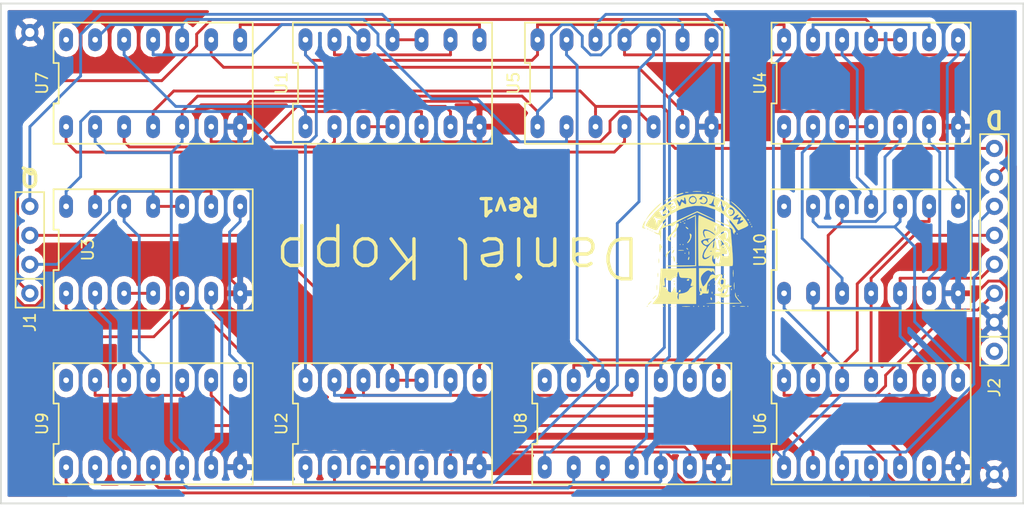
<source format=kicad_pcb>
(kicad_pcb (version 20171130) (host pcbnew "(5.0.0)")
  (layers (0 F.Cu signal) (31 B.Cu signal) (34 B.Paste user hide) (35 F.Paste user) (36 B.SilkS user) (37 F.SilkS user) (38 B.Mask user) (39 F.Mask user) (44 Edge.Cuts user))
  (net 0 "")
  (net 1 Q3)
  (net 2 Q2)
  (net 3 Q1)
  (net 4 Q0)
  (net 5 "Net-(J2-Pad1)")
  (net 6 Clock)
  (net 7 D3)
  (net 8 D2)
  (net 9 D1)
  (net 10 D0)
  (net 11 /sheet5BAD03B0/sheet5BAD013C/D)
  (net 12 /D_Flip-Flop/sheet5BAD013C/C)
  (net 13 /D_Flip-Flop/sheet5BAD013C/D)
  (net 14 /sheet5BAD03B0/sheet5BAD013C/C)
  (net 15 /D_Flip-Flop/sheet5BAD013C/RS-Latch/R)
  (net 16 /D_Flip-Flop/D_Latch/RS-Latch/S)
  (net 17 /D_Flip-Flop/sheet5BAD013C/RS-Latch/S)
  (net 18 /D_Flip-Flop/D_Latch/RS-Latch/R)
  (net 19 /D_Flip-Flop/QN)
  (net 20 /D_Flip-Flop/D_Latch/QN)
  (net 21 /sheet5BAD03B0/sheet5BAD013C/RS-Latch/R)
  (net 22 /sheet5BAD03B0/D_Latch/RS-Latch/S)
  (net 23 /sheet5BAD03B0/sheet5BAD013C/RS-Latch/S)
  (net 24 /sheet5BAD03B0/D_Latch/RS-Latch/R)
  (net 25 /sheet5BAD03B0/QN)
  (net 26 /sheet5BAD03B0/D_Latch/QN)
  (net 27 /sheet5BAD03C0/sheet5BAD013C/C)
  (net 28 "Net-(U6-Pad6)")
  (net 29 /sheet5BAD03B9/sheet5BAD013C/D)
  (net 30 "Net-(U6-Pad4)")
  (net 31 /sheet5BAD03B9/sheet5BAD013C/C)
  (net 32 /sheet5BAD03C0/sheet5BAD013C/D)
  (net 33 /sheet5BAD03B9/D_Latch/RS-Latch/R)
  (net 34 /sheet5BAD03B9/sheet5BAD013C/RS-Latch/S)
  (net 35 /sheet5BAD03B9/D_Latch/RS-Latch/S)
  (net 36 /sheet5BAD03B9/sheet5BAD013C/RS-Latch/R)
  (net 37 /sheet5BAD03B9/QN)
  (net 38 /sheet5BAD03B9/D_Latch/QN)
  (net 39 /sheet5BAD03C0/D_Latch/RS-Latch/R)
  (net 40 /sheet5BAD03C0/sheet5BAD013C/RS-Latch/S)
  (net 41 /sheet5BAD03C0/D_Latch/RS-Latch/S)
  (net 42 /sheet5BAD03C0/sheet5BAD013C/RS-Latch/R)
  (net 43 /sheet5BAD03C0/QN)
  (net 44 /sheet5BAD03C0/D_Latch/QN)
  (net 45 GND)
  (net 46 VCC)
  (net 47 "Net-(U5-Pad12)")
  (net 48 "Net-(U5-Pad4)")
  (net 49 "Net-(U5-Pad10)")
  (net 50 "Net-(U5-Pad6)")
  (net 51 "Net-(U10-Pad1)")
  (net 52 "Net-(U10-Pad9)")
  (net 53 "Net-(U7-Pad14)")
  (net 54 "Net-(U8-Pad14)")
  (net 55 "Net-(U9-Pad14)")
  (net 56 "Net-(U10-Pad14)")
  (module Measurement_Points:Measurement_Point_Round-TH_Small (layer F.Cu) (at 167.64 109.855)
    (fp_text reference " " (at 0 -2) (layer F.SilkS))
    (fp_text value " ")
    (pad 1 thru_hole circle (at 0 0) (size 1.5 1.5) (drill 0.8) (layers *.Cu *.Mask) (net 45 GND))
  )
  (module Measurement_Points:Measurement_Point_Round-TH_Small (layer F.Cu) (at 83.185 71.12)
    (fp_text reference " " (at 0 -2) (layer F.SilkS))
    (fp_text value " ")
    (pad 1 thru_hole circle (at 0 0) (size 1.5 1.5) (drill 0.8) (layers *.Cu *.Mask) (net 45 GND))
  )
  (module Daniel_Kopp:Female_Header_4-pin (layer F.Cu) (at 83.185 90.17 90)
    (fp_text reference J1 (at -6.35 0 90) (layer F.SilkS))
    (fp_text value Conn_01x04_Female hide)
    (pad 1 thru_hole circle (at -3.81 0 90) (size 1.5 1.5) (drill 0.8) (layers *.Cu *.Mask) (net 1 Q3))
    (pad 2 thru_hole circle (at -1.27 0 90) (size 1.5 1.5) (drill 0.8) (layers *.Cu *.Mask) (net 2 Q2))
    (pad 3 thru_hole circle (at 1.27 0 90) (size 1.5 1.5) (drill 0.8) (layers *.Cu *.Mask) (net 3 Q1))
    (pad 4 thru_hole circle (at 3.81 0 90) (size 1.5 1.5) (drill 0.8) (layers *.Cu *.Mask) (net 4 Q0))
  )
  (module Daniel_Kopp:Female_Header_8-pin (layer F.Cu) (at 167.64 90.17 90)
    (fp_text reference J2 (at -12.065 0 90) (layer F.SilkS))
    (fp_text value Conn_01x08_Female)
    (pad 1 thru_hole circle (at -8.89 0 90) (size 1.5 1.5) (drill 0.8) (layers *.Cu *.Mask) (net 5 "Net-(J2-Pad1)"))
    (pad 2 thru_hole circle (at -6.35 0 90) (size 1.5 1.5) (drill 0.8) (layers *.Cu *.Mask) (net 45 GND))
    (pad 3 thru_hole circle (at -3.81 0 90) (size 1.5 1.5) (drill 0.8) (layers *.Cu *.Mask) (net 46 VCC))
    (pad 4 thru_hole circle (at -1.27 0 90) (size 1.5 1.5) (drill 0.8) (layers *.Cu *.Mask) (net 6 Clock))
    (pad 5 thru_hole circle (at 1.27 0 90) (size 1.5 1.5) (drill 0.8) (layers *.Cu *.Mask) (net 7 D3))
    (pad 6 thru_hole circle (at 3.81 0 90) (size 1.5 1.5) (drill 0.8) (layers *.Cu *.Mask) (net 8 D2))
    (pad 7 thru_hole circle (at 6.35 0 90) (size 1.5 1.5) (drill 0.8) (layers *.Cu *.Mask) (net 9 D1))
    (pad 8 thru_hole circle (at 8.89 0 90) (size 1.5 1.5) (drill 0.8) (layers *.Cu *.Mask) (net 10 D0))
  )
  (module Daniel_Kopp:DIP-14_300_ELL (layer F.Cu) (at 114.935 75.565)
    (fp_text reference U1 (at -9.72 0 90) (layer F.SilkS))
    (fp_text value 74LS02)
    (pad 14 thru_hole oval (at -7.62 -3.81) (size 1.2 2) (drill 0.5) (layers *.Cu *.Mask) (net 46 VCC))
    (pad 1 thru_hole oval (at -7.62 3.81) (size 1.2 2) (drill 0.5) (layers *.Cu *.Mask) (net 13 /D_Flip-Flop/sheet5BAD013C/D))
    (pad 13 thru_hole oval (at -5.08 -3.81) (size 1.2 2) (drill 0.5) (layers *.Cu *.Mask) (net 19 /D_Flip-Flop/QN))
    (pad 2 thru_hole oval (at -5.08 3.81) (size 1.2 2) (drill 0.5) (layers *.Cu *.Mask) (net 18 /D_Flip-Flop/D_Latch/RS-Latch/R))
    (pad 12 thru_hole oval (at -2.54 -3.81) (size 1.2 2) (drill 0.5) (layers *.Cu *.Mask) (net 17 /D_Flip-Flop/sheet5BAD013C/RS-Latch/S))
    (pad 3 thru_hole oval (at -2.54 3.81) (size 1.2 2) (drill 0.5) (layers *.Cu *.Mask) (net 20 /D_Flip-Flop/D_Latch/QN))
    (pad 11 thru_hole oval (at 0 -3.81) (size 1.2 2) (drill 0.5) (layers *.Cu *.Mask) (net 4 Q0))
    (pad 4 thru_hole oval (at 0 3.81) (size 1.2 2) (drill 0.5) (layers *.Cu *.Mask) (net 20 /D_Flip-Flop/D_Latch/QN))
    (pad 10 thru_hole oval (at 2.54 -3.81) (size 1.2 2) (drill 0.5) (layers *.Cu *.Mask) (net 4 Q0))
    (pad 5 thru_hole oval (at 2.54 3.81) (size 1.2 2) (drill 0.5) (layers *.Cu *.Mask) (net 13 /D_Flip-Flop/sheet5BAD013C/D))
    (pad 9 thru_hole oval (at 5.08 -3.81) (size 1.2 2) (drill 0.5) (layers *.Cu *.Mask) (net 19 /D_Flip-Flop/QN))
    (pad 6 thru_hole oval (at 5.08 3.81) (size 1.2 2) (drill 0.5) (layers *.Cu *.Mask) (net 16 /D_Flip-Flop/D_Latch/RS-Latch/S))
    (pad 8 thru_hole oval (at 7.62 -3.81) (size 1.2 2) (drill 0.5) (layers *.Cu *.Mask) (net 15 /D_Flip-Flop/sheet5BAD013C/RS-Latch/R))
    (pad 7 thru_hole oval (at 7.62 3.81) (size 1.2 2) (drill 0.5) (layers *.Cu *.Mask) (net 45 GND))
  )
  (module Daniel_Kopp:DIP-14_300_ELL (layer F.Cu) (at 114.935 105.41)
    (fp_text reference U2 (at -9.72 0 90) (layer F.SilkS))
    (fp_text value 74LS02)
    (pad 7 thru_hole oval (at 7.62 3.81) (size 1.2 2) (drill 0.5) (layers *.Cu *.Mask) (net 45 GND))
    (pad 8 thru_hole oval (at 7.62 -3.81) (size 1.2 2) (drill 0.5) (layers *.Cu *.Mask) (net 21 /sheet5BAD03B0/sheet5BAD013C/RS-Latch/R))
    (pad 6 thru_hole oval (at 5.08 3.81) (size 1.2 2) (drill 0.5) (layers *.Cu *.Mask) (net 22 /sheet5BAD03B0/D_Latch/RS-Latch/S))
    (pad 9 thru_hole oval (at 5.08 -3.81) (size 1.2 2) (drill 0.5) (layers *.Cu *.Mask) (net 25 /sheet5BAD03B0/QN))
    (pad 5 thru_hole oval (at 2.54 3.81) (size 1.2 2) (drill 0.5) (layers *.Cu *.Mask) (net 11 /sheet5BAD03B0/sheet5BAD013C/D))
    (pad 10 thru_hole oval (at 2.54 -3.81) (size 1.2 2) (drill 0.5) (layers *.Cu *.Mask) (net 3 Q1))
    (pad 4 thru_hole oval (at 0 3.81) (size 1.2 2) (drill 0.5) (layers *.Cu *.Mask) (net 26 /sheet5BAD03B0/D_Latch/QN))
    (pad 11 thru_hole oval (at 0 -3.81) (size 1.2 2) (drill 0.5) (layers *.Cu *.Mask) (net 3 Q1))
    (pad 3 thru_hole oval (at -2.54 3.81) (size 1.2 2) (drill 0.5) (layers *.Cu *.Mask) (net 26 /sheet5BAD03B0/D_Latch/QN))
    (pad 12 thru_hole oval (at -2.54 -3.81) (size 1.2 2) (drill 0.5) (layers *.Cu *.Mask) (net 23 /sheet5BAD03B0/sheet5BAD013C/RS-Latch/S))
    (pad 2 thru_hole oval (at -5.08 3.81) (size 1.2 2) (drill 0.5) (layers *.Cu *.Mask) (net 24 /sheet5BAD03B0/D_Latch/RS-Latch/R))
    (pad 13 thru_hole oval (at -5.08 -3.81) (size 1.2 2) (drill 0.5) (layers *.Cu *.Mask) (net 25 /sheet5BAD03B0/QN))
    (pad 1 thru_hole oval (at -7.62 3.81) (size 1.2 2) (drill 0.5) (layers *.Cu *.Mask) (net 11 /sheet5BAD03B0/sheet5BAD013C/D))
    (pad 14 thru_hole oval (at -7.62 -3.81) (size 1.2 2) (drill 0.5) (layers *.Cu *.Mask) (net 46 VCC))
  )
  (module Daniel_Kopp:DIP-14_300_ELL (layer F.Cu) (at 93.98 90.17)
    (fp_text reference U3 (at -5.715 0 270) (layer F.SilkS))
    (fp_text value 74LS02)
    (pad 14 thru_hole oval (at -7.62 -3.81) (size 1.2 2) (drill 0.5) (layers *.Cu *.Mask) (net 46 VCC))
    (pad 1 thru_hole oval (at -7.62 3.81) (size 1.2 2) (drill 0.5) (layers *.Cu *.Mask) (net 29 /sheet5BAD03B9/sheet5BAD013C/D))
    (pad 13 thru_hole oval (at -5.08 -3.81) (size 1.2 2) (drill 0.5) (layers *.Cu *.Mask) (net 37 /sheet5BAD03B9/QN))
    (pad 2 thru_hole oval (at -5.08 3.81) (size 1.2 2) (drill 0.5) (layers *.Cu *.Mask) (net 33 /sheet5BAD03B9/D_Latch/RS-Latch/R))
    (pad 12 thru_hole oval (at -2.54 -3.81) (size 1.2 2) (drill 0.5) (layers *.Cu *.Mask) (net 34 /sheet5BAD03B9/sheet5BAD013C/RS-Latch/S))
    (pad 3 thru_hole oval (at -2.54 3.81) (size 1.2 2) (drill 0.5) (layers *.Cu *.Mask) (net 38 /sheet5BAD03B9/D_Latch/QN))
    (pad 11 thru_hole oval (at 0 -3.81) (size 1.2 2) (drill 0.5) (layers *.Cu *.Mask) (net 2 Q2))
    (pad 4 thru_hole oval (at 0 3.81) (size 1.2 2) (drill 0.5) (layers *.Cu *.Mask) (net 38 /sheet5BAD03B9/D_Latch/QN))
    (pad 10 thru_hole oval (at 2.54 -3.81) (size 1.2 2) (drill 0.5) (layers *.Cu *.Mask) (net 2 Q2))
    (pad 5 thru_hole oval (at 2.54 3.81) (size 1.2 2) (drill 0.5) (layers *.Cu *.Mask) (net 29 /sheet5BAD03B9/sheet5BAD013C/D))
    (pad 9 thru_hole oval (at 5.08 -3.81) (size 1.2 2) (drill 0.5) (layers *.Cu *.Mask) (net 37 /sheet5BAD03B9/QN))
    (pad 6 thru_hole oval (at 5.08 3.81) (size 1.2 2) (drill 0.5) (layers *.Cu *.Mask) (net 35 /sheet5BAD03B9/D_Latch/RS-Latch/S))
    (pad 8 thru_hole oval (at 7.62 -3.81) (size 1.2 2) (drill 0.5) (layers *.Cu *.Mask) (net 36 /sheet5BAD03B9/sheet5BAD013C/RS-Latch/R))
    (pad 7 thru_hole oval (at 7.62 3.81) (size 1.2 2) (drill 0.5) (layers *.Cu *.Mask) (net 45 GND))
  )
  (module Daniel_Kopp:DIP-14_300_ELL (layer F.Cu) (at 156.845 75.565)
    (fp_text reference U4 (at -9.72 0 90) (layer F.SilkS))
    (fp_text value 74LS02)
    (pad 7 thru_hole oval (at 7.62 3.81) (size 1.2 2) (drill 0.5) (layers *.Cu *.Mask) (net 45 GND))
    (pad 8 thru_hole oval (at 7.62 -3.81) (size 1.2 2) (drill 0.5) (layers *.Cu *.Mask) (net 42 /sheet5BAD03C0/sheet5BAD013C/RS-Latch/R))
    (pad 6 thru_hole oval (at 5.08 3.81) (size 1.2 2) (drill 0.5) (layers *.Cu *.Mask) (net 41 /sheet5BAD03C0/D_Latch/RS-Latch/S))
    (pad 9 thru_hole oval (at 5.08 -3.81) (size 1.2 2) (drill 0.5) (layers *.Cu *.Mask) (net 43 /sheet5BAD03C0/QN))
    (pad 5 thru_hole oval (at 2.54 3.81) (size 1.2 2) (drill 0.5) (layers *.Cu *.Mask) (net 32 /sheet5BAD03C0/sheet5BAD013C/D))
    (pad 10 thru_hole oval (at 2.54 -3.81) (size 1.2 2) (drill 0.5) (layers *.Cu *.Mask) (net 1 Q3))
    (pad 4 thru_hole oval (at 0 3.81) (size 1.2 2) (drill 0.5) (layers *.Cu *.Mask) (net 44 /sheet5BAD03C0/D_Latch/QN))
    (pad 11 thru_hole oval (at 0 -3.81) (size 1.2 2) (drill 0.5) (layers *.Cu *.Mask) (net 1 Q3))
    (pad 3 thru_hole oval (at -2.54 3.81) (size 1.2 2) (drill 0.5) (layers *.Cu *.Mask) (net 44 /sheet5BAD03C0/D_Latch/QN))
    (pad 12 thru_hole oval (at -2.54 -3.81) (size 1.2 2) (drill 0.5) (layers *.Cu *.Mask) (net 40 /sheet5BAD03C0/sheet5BAD013C/RS-Latch/S))
    (pad 2 thru_hole oval (at -5.08 3.81) (size 1.2 2) (drill 0.5) (layers *.Cu *.Mask) (net 39 /sheet5BAD03C0/D_Latch/RS-Latch/R))
    (pad 13 thru_hole oval (at -5.08 -3.81) (size 1.2 2) (drill 0.5) (layers *.Cu *.Mask) (net 43 /sheet5BAD03C0/QN))
    (pad 1 thru_hole oval (at -7.62 3.81) (size 1.2 2) (drill 0.5) (layers *.Cu *.Mask) (net 32 /sheet5BAD03C0/sheet5BAD013C/D))
    (pad 14 thru_hole oval (at -7.62 -3.81) (size 1.2 2) (drill 0.5) (layers *.Cu *.Mask) (net 46 VCC))
  )
  (module Daniel_Kopp:DIP-14_300_ELL (layer F.Cu) (at 135.255 75.565)
    (fp_text reference U5 (at -9.72 0 90) (layer F.SilkS))
    (fp_text value 74LS04)
    (pad 14 thru_hole oval (at -7.62 -3.81) (size 1.2 2) (drill 0.5) (layers *.Cu *.Mask) (net 46 VCC))
    (pad 1 thru_hole oval (at -7.62 3.81) (size 1.2 2) (drill 0.5) (layers *.Cu *.Mask) (net 6 Clock))
    (pad 13 thru_hole oval (at -5.08 -3.81) (size 1.2 2) (drill 0.5) (layers *.Cu *.Mask) (net 11 /sheet5BAD03B0/sheet5BAD013C/D))
    (pad 2 thru_hole oval (at -5.08 3.81) (size 1.2 2) (drill 0.5) (layers *.Cu *.Mask) (net 12 /D_Flip-Flop/sheet5BAD013C/C))
    (pad 12 thru_hole oval (at -2.54 -3.81) (size 1.2 2) (drill 0.5) (layers *.Cu *.Mask) (net 47 "Net-(U5-Pad12)"))
    (pad 3 thru_hole oval (at -2.54 3.81) (size 1.2 2) (drill 0.5) (layers *.Cu *.Mask) (net 10 D0))
    (pad 11 thru_hole oval (at 0 -3.81) (size 1.2 2) (drill 0.5) (layers *.Cu *.Mask) (net 9 D1))
    (pad 4 thru_hole oval (at 0 3.81) (size 1.2 2) (drill 0.5) (layers *.Cu *.Mask) (net 48 "Net-(U5-Pad4)"))
    (pad 10 thru_hole oval (at 2.54 -3.81) (size 1.2 2) (drill 0.5) (layers *.Cu *.Mask) (net 49 "Net-(U5-Pad10)"))
    (pad 5 thru_hole oval (at 2.54 3.81) (size 1.2 2) (drill 0.5) (layers *.Cu *.Mask) (net 13 /D_Flip-Flop/sheet5BAD013C/D))
    (pad 9 thru_hole oval (at 5.08 -3.81) (size 1.2 2) (drill 0.5) (layers *.Cu *.Mask) (net 6 Clock))
    (pad 6 thru_hole oval (at 5.08 3.81) (size 1.2 2) (drill 0.5) (layers *.Cu *.Mask) (net 50 "Net-(U5-Pad6)"))
    (pad 8 thru_hole oval (at 7.62 -3.81) (size 1.2 2) (drill 0.5) (layers *.Cu *.Mask) (net 14 /sheet5BAD03B0/sheet5BAD013C/C))
    (pad 7 thru_hole oval (at 7.62 3.81) (size 1.2 2) (drill 0.5) (layers *.Cu *.Mask) (net 45 GND))
  )
  (module Daniel_Kopp:DIP-14_300_ELL (layer F.Cu) (at 156.845 105.41)
    (fp_text reference U6 (at -9.72 0 90) (layer F.SilkS))
    (fp_text value 74LS04)
    (pad 7 thru_hole oval (at 7.62 3.81) (size 1.2 2) (drill 0.5) (layers *.Cu *.Mask) (net 45 GND))
    (pad 8 thru_hole oval (at 7.62 -3.81) (size 1.2 2) (drill 0.5) (layers *.Cu *.Mask) (net 27 /sheet5BAD03C0/sheet5BAD013C/C))
    (pad 6 thru_hole oval (at 5.08 3.81) (size 1.2 2) (drill 0.5) (layers *.Cu *.Mask) (net 28 "Net-(U6-Pad6)"))
    (pad 9 thru_hole oval (at 5.08 -3.81) (size 1.2 2) (drill 0.5) (layers *.Cu *.Mask) (net 6 Clock))
    (pad 5 thru_hole oval (at 2.54 3.81) (size 1.2 2) (drill 0.5) (layers *.Cu *.Mask) (net 29 /sheet5BAD03B9/sheet5BAD013C/D))
    (pad 10 thru_hole oval (at 2.54 -3.81) (size 1.2 2) (drill 0.5) (layers *.Cu *.Mask) (net 51 "Net-(U10-Pad1)"))
    (pad 4 thru_hole oval (at 0 3.81) (size 1.2 2) (drill 0.5) (layers *.Cu *.Mask) (net 30 "Net-(U6-Pad4)"))
    (pad 11 thru_hole oval (at 0 -3.81) (size 1.2 2) (drill 0.5) (layers *.Cu *.Mask) (net 7 D3))
    (pad 3 thru_hole oval (at -2.54 3.81) (size 1.2 2) (drill 0.5) (layers *.Cu *.Mask) (net 8 D2))
    (pad 12 thru_hole oval (at -2.54 -3.81) (size 1.2 2) (drill 0.5) (layers *.Cu *.Mask) (net 52 "Net-(U10-Pad9)"))
    (pad 2 thru_hole oval (at -5.08 3.81) (size 1.2 2) (drill 0.5) (layers *.Cu *.Mask) (net 31 /sheet5BAD03B9/sheet5BAD013C/C))
    (pad 13 thru_hole oval (at -5.08 -3.81) (size 1.2 2) (drill 0.5) (layers *.Cu *.Mask) (net 32 /sheet5BAD03C0/sheet5BAD013C/D))
    (pad 1 thru_hole oval (at -7.62 3.81) (size 1.2 2) (drill 0.5) (layers *.Cu *.Mask) (net 6 Clock))
    (pad 14 thru_hole oval (at -7.62 -3.81) (size 1.2 2) (drill 0.5) (layers *.Cu *.Mask) (net 46 VCC))
  )
  (module Daniel_Kopp:DIP-14_300_ELL (layer F.Cu) (at 93.98 75.565)
    (fp_text reference U7 (at -9.72 0 90) (layer F.SilkS))
    (fp_text value 74LS08)
    (pad 14 thru_hole oval (at -7.62 -3.81) (size 1.2 2) (drill 0.5) (layers *.Cu *.Mask) (net 53 "Net-(U7-Pad14)"))
    (pad 1 thru_hole oval (at -7.62 3.81) (size 1.2 2) (drill 0.5) (layers *.Cu *.Mask) (net 48 "Net-(U5-Pad4)"))
    (pad 13 thru_hole oval (at -5.08 -3.81) (size 1.2 2) (drill 0.5) (layers *.Cu *.Mask) (net 12 /D_Flip-Flop/sheet5BAD013C/C))
    (pad 2 thru_hole oval (at -5.08 3.81) (size 1.2 2) (drill 0.5) (layers *.Cu *.Mask) (net 6 Clock))
    (pad 12 thru_hole oval (at -2.54 -3.81) (size 1.2 2) (drill 0.5) (layers *.Cu *.Mask) (net 13 /D_Flip-Flop/sheet5BAD013C/D))
    (pad 3 thru_hole oval (at -2.54 3.81) (size 1.2 2) (drill 0.5) (layers *.Cu *.Mask) (net 18 /D_Flip-Flop/D_Latch/RS-Latch/R))
    (pad 11 thru_hole oval (at 0 -3.81) (size 1.2 2) (drill 0.5) (layers *.Cu *.Mask) (net 17 /D_Flip-Flop/sheet5BAD013C/RS-Latch/S))
    (pad 4 thru_hole oval (at 0 3.81) (size 1.2 2) (drill 0.5) (layers *.Cu *.Mask) (net 10 D0))
    (pad 10 thru_hole oval (at 2.54 -3.81) (size 1.2 2) (drill 0.5) (layers *.Cu *.Mask) (net 12 /D_Flip-Flop/sheet5BAD013C/C))
    (pad 5 thru_hole oval (at 2.54 3.81) (size 1.2 2) (drill 0.5) (layers *.Cu *.Mask) (net 6 Clock))
    (pad 9 thru_hole oval (at 5.08 -3.81) (size 1.2 2) (drill 0.5) (layers *.Cu *.Mask) (net 50 "Net-(U5-Pad6)"))
    (pad 6 thru_hole oval (at 5.08 3.81) (size 1.2 2) (drill 0.5) (layers *.Cu *.Mask) (net 16 /D_Flip-Flop/D_Latch/RS-Latch/S))
    (pad 8 thru_hole oval (at 7.62 -3.81) (size 1.2 2) (drill 0.5) (layers *.Cu *.Mask) (net 15 /D_Flip-Flop/sheet5BAD013C/RS-Latch/R))
    (pad 7 thru_hole oval (at 7.62 3.81) (size 1.2 2) (drill 0.5) (layers *.Cu *.Mask) (net 45 GND))
  )
  (module Daniel_Kopp:DIP-14_300_ELL (layer F.Cu) (at 135.89 105.41)
    (fp_text reference U8 (at -9.72 0 90) (layer F.SilkS))
    (fp_text value 74LS08)
    (pad 7 thru_hole oval (at 7.62 3.81) (size 1.2 2) (drill 0.5) (layers *.Cu *.Mask) (net 45 GND))
    (pad 8 thru_hole oval (at 7.62 -3.81) (size 1.2 2) (drill 0.5) (layers *.Cu *.Mask) (net 21 /sheet5BAD03B0/sheet5BAD013C/RS-Latch/R))
    (pad 6 thru_hole oval (at 5.08 3.81) (size 1.2 2) (drill 0.5) (layers *.Cu *.Mask) (net 22 /sheet5BAD03B0/D_Latch/RS-Latch/S))
    (pad 9 thru_hole oval (at 5.08 -3.81) (size 1.2 2) (drill 0.5) (layers *.Cu *.Mask) (net 47 "Net-(U5-Pad12)"))
    (pad 5 thru_hole oval (at 2.54 3.81) (size 1.2 2) (drill 0.5) (layers *.Cu *.Mask) (net 6 Clock))
    (pad 10 thru_hole oval (at 2.54 -3.81) (size 1.2 2) (drill 0.5) (layers *.Cu *.Mask) (net 14 /sheet5BAD03B0/sheet5BAD013C/C))
    (pad 4 thru_hole oval (at 0 3.81) (size 1.2 2) (drill 0.5) (layers *.Cu *.Mask) (net 9 D1))
    (pad 11 thru_hole oval (at 0 -3.81) (size 1.2 2) (drill 0.5) (layers *.Cu *.Mask) (net 23 /sheet5BAD03B0/sheet5BAD013C/RS-Latch/S))
    (pad 3 thru_hole oval (at -2.54 3.81) (size 1.2 2) (drill 0.5) (layers *.Cu *.Mask) (net 24 /sheet5BAD03B0/D_Latch/RS-Latch/R))
    (pad 12 thru_hole oval (at -2.54 -3.81) (size 1.2 2) (drill 0.5) (layers *.Cu *.Mask) (net 11 /sheet5BAD03B0/sheet5BAD013C/D))
    (pad 2 thru_hole oval (at -5.08 3.81) (size 1.2 2) (drill 0.5) (layers *.Cu *.Mask) (net 6 Clock))
    (pad 13 thru_hole oval (at -5.08 -3.81) (size 1.2 2) (drill 0.5) (layers *.Cu *.Mask) (net 14 /sheet5BAD03B0/sheet5BAD013C/C))
    (pad 1 thru_hole oval (at -7.62 3.81) (size 1.2 2) (drill 0.5) (layers *.Cu *.Mask) (net 49 "Net-(U5-Pad10)"))
    (pad 14 thru_hole oval (at -7.62 -3.81) (size 1.2 2) (drill 0.5) (layers *.Cu *.Mask) (net 54 "Net-(U8-Pad14)"))
  )
  (module Daniel_Kopp:DIP-14_300_ELL (layer F.Cu) (at 93.98 105.41)
    (fp_text reference U9 (at -9.72 0 90) (layer F.SilkS))
    (fp_text value 74LS08)
    (pad 14 thru_hole oval (at -7.62 -3.81) (size 1.2 2) (drill 0.5) (layers *.Cu *.Mask) (net 55 "Net-(U9-Pad14)"))
    (pad 1 thru_hole oval (at -7.62 3.81) (size 1.2 2) (drill 0.5) (layers *.Cu *.Mask) (net 30 "Net-(U6-Pad4)"))
    (pad 13 thru_hole oval (at -5.08 -3.81) (size 1.2 2) (drill 0.5) (layers *.Cu *.Mask) (net 31 /sheet5BAD03B9/sheet5BAD013C/C))
    (pad 2 thru_hole oval (at -5.08 3.81) (size 1.2 2) (drill 0.5) (layers *.Cu *.Mask) (net 6 Clock))
    (pad 12 thru_hole oval (at -2.54 -3.81) (size 1.2 2) (drill 0.5) (layers *.Cu *.Mask) (net 29 /sheet5BAD03B9/sheet5BAD013C/D))
    (pad 3 thru_hole oval (at -2.54 3.81) (size 1.2 2) (drill 0.5) (layers *.Cu *.Mask) (net 33 /sheet5BAD03B9/D_Latch/RS-Latch/R))
    (pad 11 thru_hole oval (at 0 -3.81) (size 1.2 2) (drill 0.5) (layers *.Cu *.Mask) (net 34 /sheet5BAD03B9/sheet5BAD013C/RS-Latch/S))
    (pad 4 thru_hole oval (at 0 3.81) (size 1.2 2) (drill 0.5) (layers *.Cu *.Mask) (net 8 D2))
    (pad 10 thru_hole oval (at 2.54 -3.81) (size 1.2 2) (drill 0.5) (layers *.Cu *.Mask) (net 31 /sheet5BAD03B9/sheet5BAD013C/C))
    (pad 5 thru_hole oval (at 2.54 3.81) (size 1.2 2) (drill 0.5) (layers *.Cu *.Mask) (net 6 Clock))
    (pad 9 thru_hole oval (at 5.08 -3.81) (size 1.2 2) (drill 0.5) (layers *.Cu *.Mask) (net 28 "Net-(U6-Pad6)"))
    (pad 6 thru_hole oval (at 5.08 3.81) (size 1.2 2) (drill 0.5) (layers *.Cu *.Mask) (net 35 /sheet5BAD03B9/D_Latch/RS-Latch/S))
    (pad 8 thru_hole oval (at 7.62 -3.81) (size 1.2 2) (drill 0.5) (layers *.Cu *.Mask) (net 36 /sheet5BAD03B9/sheet5BAD013C/RS-Latch/R))
    (pad 7 thru_hole oval (at 7.62 3.81) (size 1.2 2) (drill 0.5) (layers *.Cu *.Mask) (net 45 GND))
  )
  (module Daniel_Kopp:DIP-14_300_ELL (layer F.Cu) (at 156.845 90.17)
    (fp_text reference U10 (at -9.72 0 90) (layer F.SilkS))
    (fp_text value 74LS08)
    (pad 7 thru_hole oval (at 7.62 3.81) (size 1.2 2) (drill 0.5) (layers *.Cu *.Mask) (net 45 GND))
    (pad 8 thru_hole oval (at 7.62 -3.81) (size 1.2 2) (drill 0.5) (layers *.Cu *.Mask) (net 42 /sheet5BAD03C0/sheet5BAD013C/RS-Latch/R))
    (pad 6 thru_hole oval (at 5.08 3.81) (size 1.2 2) (drill 0.5) (layers *.Cu *.Mask) (net 41 /sheet5BAD03C0/D_Latch/RS-Latch/S))
    (pad 9 thru_hole oval (at 5.08 -3.81) (size 1.2 2) (drill 0.5) (layers *.Cu *.Mask) (net 52 "Net-(U10-Pad9)"))
    (pad 5 thru_hole oval (at 2.54 3.81) (size 1.2 2) (drill 0.5) (layers *.Cu *.Mask) (net 6 Clock))
    (pad 10 thru_hole oval (at 2.54 -3.81) (size 1.2 2) (drill 0.5) (layers *.Cu *.Mask) (net 27 /sheet5BAD03C0/sheet5BAD013C/C))
    (pad 4 thru_hole oval (at 0 3.81) (size 1.2 2) (drill 0.5) (layers *.Cu *.Mask) (net 7 D3))
    (pad 11 thru_hole oval (at 0 -3.81) (size 1.2 2) (drill 0.5) (layers *.Cu *.Mask) (net 40 /sheet5BAD03C0/sheet5BAD013C/RS-Latch/S))
    (pad 3 thru_hole oval (at -2.54 3.81) (size 1.2 2) (drill 0.5) (layers *.Cu *.Mask) (net 39 /sheet5BAD03C0/D_Latch/RS-Latch/R))
    (pad 12 thru_hole oval (at -2.54 -3.81) (size 1.2 2) (drill 0.5) (layers *.Cu *.Mask) (net 32 /sheet5BAD03C0/sheet5BAD013C/D))
    (pad 2 thru_hole oval (at -5.08 3.81) (size 1.2 2) (drill 0.5) (layers *.Cu *.Mask) (net 6 Clock))
    (pad 13 thru_hole oval (at -5.08 -3.81) (size 1.2 2) (drill 0.5) (layers *.Cu *.Mask) (net 27 /sheet5BAD03C0/sheet5BAD013C/C))
    (pad 1 thru_hole oval (at -7.62 3.81) (size 1.2 2) (drill 0.5) (layers *.Cu *.Mask) (net 51 "Net-(U10-Pad1)"))
    (pad 14 thru_hole oval (at -7.62 -3.81) (size 1.2 2) (drill 0.5) (layers *.Cu *.Mask) (net 56 "Net-(U10-Pad14)"))
  )
  (module Graphics:Real_Logo (layer F.Cu) (at 141.605 90.17 180)
    (fp_text reference " " hide)
    (fp_text value " " hide)
  )
  (gr_line (start 80.645 68.58) (end 80.645 112.395) (layer Edge.Cuts) (width 0.15))
  (gr_text "D\n" (at 167.64 78.74 180) (layer F.SilkS) (effects (font (size 1.5 1.5) (thickness 0.3))))
  (gr_text Q (at 83.185 83.82 180) (layer F.SilkS) (effects (font (size 1.5 1.5) (thickness 0.3))))
  (gr_text Rev1 (at 125.095 86.36 180) (layer F.SilkS) (effects (font (size 1.5 1.5) (thickness 0.3))))
  (gr_text "Daniel Kopp" (at 120.65 90.805 180) (layer F.SilkS) (effects (font (size 3.5 3.5) (thickness 0.3))))
  (gr_line (start 170.18 68.58) (end 80.645 68.58) (layer Edge.Cuts) (width 0.15))
  (gr_line (start 170.18 112.395) (end 170.18 68.58) (layer Edge.Cuts) (width 0.15))
  (gr_line (start 80.645 112.395) (end 170.18 112.395) (layer Edge.Cuts) (width 0.15))
  (segment (start 159.385 71.755) (end 156.845 71.755) (width 0.25) (layer F.Cu) (net 1))
  (segment (start 82.435001 93.230001) (end 83.185 93.98) (width 0.25) (layer F.Cu) (net 1))
  (segment (start 82.109999 92.904999) (end 82.435001 93.230001) (width 0.25) (layer F.Cu) (net 1))
  (segment (start 82.109999 77.275001) (end 82.109999 92.904999) (width 0.25) (layer F.Cu) (net 1))
  (segment (start 84.0435 75.3415) (end 82.109999 77.275001) (width 0.25) (layer F.Cu) (net 1))
  (segment (start 94.7333 75.3415) (end 84.0435 75.3415) (width 0.25) (layer F.Cu) (net 1))
  (segment (start 156.845 71.755) (end 156.845 70.4297) (width 0.25) (layer F.Cu) (net 1))
  (segment (start 156.845 70.4297) (end 156.3946 69.9793) (width 0.25) (layer F.Cu) (net 1))
  (segment (start 156.3946 69.9793) (end 99.0725 69.9793) (width 0.25) (layer F.Cu) (net 1))
  (segment (start 99.0725 69.9793) (end 97.79 71.2618) (width 0.25) (layer F.Cu) (net 1))
  (segment (start 97.79 71.2618) (end 97.79 72.2848) (width 0.25) (layer F.Cu) (net 1))
  (segment (start 97.79 72.2848) (end 94.7333 75.3415) (width 0.25) (layer F.Cu) (net 1))
  (segment (start 93.98 86.36) (end 93.98 85.0347) (width 0.25) (layer B.Cu) (net 2))
  (segment (start 93.98 85.0347) (end 91.0074 85.0347) (width 0.25) (layer B.Cu) (net 2))
  (segment (start 91.0074 85.0347) (end 90.17 85.8721) (width 0.25) (layer B.Cu) (net 2))
  (segment (start 90.17 85.8721) (end 90.17 86.843) (width 0.25) (layer B.Cu) (net 2))
  (segment (start 90.17 86.843) (end 85.573 91.44) (width 0.25) (layer B.Cu) (net 2))
  (segment (start 96.52 86.36) (end 93.98 86.36) (width 0.25) (layer F.Cu) (net 2))
  (segment (start 85.573 91.44) (end 83.185 91.44) (width 0.25) (layer B.Cu) (net 2))
  (segment (start 114.935 101.6) (end 114.935 100.2747) (width 0.25) (layer F.Cu) (net 3))
  (segment (start 114.935 100.2747) (end 103.5603 88.9) (width 0.25) (layer F.Cu) (net 3))
  (segment (start 117.475 101.6) (end 114.935 101.6) (width 0.25) (layer F.Cu) (net 3))
  (segment (start 103.5603 88.9) (end 83.185 88.9) (width 0.25) (layer F.Cu) (net 3))
  (segment (start 117.475 71.755) (end 114.935 71.755) (width 0.25) (layer F.Cu) (net 4))
  (segment (start 114.935 70.4297) (end 114.031 69.5257) (width 0.25) (layer B.Cu) (net 4))
  (segment (start 114.935 71.755) (end 114.935 70.4297) (width 0.25) (layer B.Cu) (net 4))
  (segment (start 83.185 79.375) (end 83.185 86.36) (width 0.25) (layer B.Cu) (net 4))
  (segment (start 114.031 69.5257) (end 89.3993 69.5257) (width 0.25) (layer B.Cu) (net 4))
  (segment (start 89.3993 69.5257) (end 87.63 71.295) (width 0.25) (layer B.Cu) (net 4))
  (segment (start 87.63 71.295) (end 87.63 74.93) (width 0.25) (layer B.Cu) (net 4))
  (segment (start 87.63 74.93) (end 83.185 79.375) (width 0.25) (layer B.Cu) (net 4))
  (segment (start 138.43 109.22) (end 138.43 107.8947) (width 0.25) (layer B.Cu) (net 6))
  (segment (start 149.225 108.5573) (end 148.5624 107.8947) (width 0.25) (layer B.Cu) (net 6))
  (segment (start 148.5624 107.8947) (end 138.43 107.8947) (width 0.25) (layer B.Cu) (net 6))
  (segment (start 149.225 108.5573) (end 149.225 107.8947) (width 0.25) (layer B.Cu) (net 6))
  (segment (start 149.225 109.22) (end 149.225 108.5573) (width 0.25) (layer B.Cu) (net 6))
  (segment (start 88.9 109.22) (end 88.9 110.5453) (width 0.25) (layer B.Cu) (net 6))
  (segment (start 96.52 110.5453) (end 88.9 110.5453) (width 0.25) (layer B.Cu) (net 6))
  (segment (start 96.52 110.4327) (end 96.52 110.5453) (width 0.25) (layer B.Cu) (net 6))
  (segment (start 96.52 109.22) (end 96.52 110.4327) (width 0.25) (layer B.Cu) (net 6))
  (segment (start 130.81 110.5452) (end 130.3197 111.0355) (width 0.25) (layer B.Cu) (net 6))
  (segment (start 130.3197 111.0355) (end 97.0102 111.0355) (width 0.25) (layer B.Cu) (net 6))
  (segment (start 97.0102 111.0355) (end 96.52 110.5453) (width 0.25) (layer B.Cu) (net 6))
  (segment (start 130.81 109.22) (end 130.81 110.4327) (width 0.25) (layer B.Cu) (net 6))
  (segment (start 130.81 110.5452) (end 130.81 110.5453) (width 0.25) (layer B.Cu) (net 6))
  (segment (start 130.81 110.4327) (end 130.81 110.5452) (width 0.25) (layer B.Cu) (net 6))
  (segment (start 138.43 110.4327) (end 138.3174 110.5453) (width 0.25) (layer B.Cu) (net 6))
  (segment (start 138.3174 110.5453) (end 130.81 110.5453) (width 0.25) (layer B.Cu) (net 6))
  (segment (start 95.5676 81.6527) (end 96.52 80.7003) (width 0.25) (layer B.Cu) (net 6))
  (segment (start 96.52 107.8947) (end 95.5676 106.9423) (width 0.25) (layer B.Cu) (net 6))
  (segment (start 95.5676 106.9423) (end 95.5676 81.6527) (width 0.25) (layer B.Cu) (net 6))
  (segment (start 95.5676 81.6527) (end 89.8524 81.6527) (width 0.25) (layer B.Cu) (net 6))
  (segment (start 89.8524 81.6527) (end 88.9 80.7003) (width 0.25) (layer B.Cu) (net 6))
  (segment (start 88.9 79.375) (end 88.9 80.7003) (width 0.25) (layer B.Cu) (net 6))
  (segment (start 96.52 79.375) (end 96.52 80.7003) (width 0.25) (layer B.Cu) (net 6))
  (segment (start 96.52 109.22) (end 96.52 107.8947) (width 0.25) (layer B.Cu) (net 6))
  (segment (start 140.335 70.4297) (end 139.8847 69.9794) (width 0.25) (layer B.Cu) (net 6))
  (segment (start 139.8847 69.9794) (end 135.247 69.9794) (width 0.25) (layer B.Cu) (net 6))
  (segment (start 135.247 69.9794) (end 133.985 71.2414) (width 0.25) (layer B.Cu) (net 6))
  (segment (start 133.985 71.2414) (end 133.985 72.2852) (width 0.25) (layer B.Cu) (net 6))
  (segment (start 133.985 72.2852) (end 133.1898 73.0804) (width 0.25) (layer B.Cu) (net 6))
  (segment (start 133.1898 73.0804) (end 132.2815 73.0804) (width 0.25) (layer B.Cu) (net 6))
  (segment (start 132.2815 73.0804) (end 131.5536 72.3525) (width 0.25) (layer B.Cu) (net 6))
  (segment (start 131.5536 72.3525) (end 131.5536 71.4165) (width 0.25) (layer B.Cu) (net 6))
  (segment (start 131.5536 71.4165) (end 130.5667 70.4296) (width 0.25) (layer B.Cu) (net 6))
  (segment (start 130.5667 70.4296) (end 129.7669 70.4296) (width 0.25) (layer B.Cu) (net 6))
  (segment (start 129.7669 70.4296) (end 128.85 71.3465) (width 0.25) (layer B.Cu) (net 6))
  (segment (start 128.85 71.3465) (end 128.85 76.8347) (width 0.25) (layer B.Cu) (net 6))
  (segment (start 128.85 76.8347) (end 127.635 78.0497) (width 0.25) (layer B.Cu) (net 6))
  (segment (start 140.335 71.755) (end 140.335 70.4297) (width 0.25) (layer B.Cu) (net 6))
  (segment (start 127.635 79.375) (end 127.635 78.0497) (width 0.25) (layer B.Cu) (net 6))
  (segment (start 127.635 78.0497) (end 126.2841 76.6988) (width 0.25) (layer F.Cu) (net 6))
  (segment (start 126.2841 76.6988) (end 97.8709 76.6988) (width 0.25) (layer F.Cu) (net 6))
  (segment (start 97.8709 76.6988) (end 96.52 78.0497) (width 0.25) (layer F.Cu) (net 6))
  (segment (start 161.925 101.6) (end 161.925 100.2747) (width 0.25) (layer B.Cu) (net 6))
  (segment (start 159.385 95.3053) (end 159.385 97.7347) (width 0.25) (layer B.Cu) (net 6))
  (segment (start 159.385 97.7347) (end 161.925 100.2747) (width 0.25) (layer B.Cu) (net 6))
  (segment (start 151.765 95.3053) (end 159.385 95.3053) (width 0.25) (layer B.Cu) (net 6))
  (segment (start 138.43 109.22) (end 138.43 110.4327) (width 0.25) (layer B.Cu) (net 6))
  (segment (start 161.925 101.6) (end 161.925 102.9253) (width 0.25) (layer B.Cu) (net 6))
  (segment (start 161.925 102.9253) (end 154.1944 102.9253) (width 0.25) (layer B.Cu) (net 6))
  (segment (start 154.1944 102.9253) (end 149.225 107.8947) (width 0.25) (layer B.Cu) (net 6))
  (segment (start 127.635 79.375) (end 127.635 78.0497) (width 0.25) (layer F.Cu) (net 6))
  (segment (start 96.52 79.375) (end 96.52 78.0497) (width 0.25) (layer F.Cu) (net 6))
  (segment (start 159.385 93.98) (end 159.385 95.3053) (width 0.25) (layer B.Cu) (net 6))
  (segment (start 151.765 93.98) (end 151.765 95.3053) (width 0.25) (layer B.Cu) (net 6))
  (segment (start 166.4253 92.6547) (end 167.64 91.44) (width 0.25) (layer F.Cu) (net 6))
  (segment (start 159.385 93.98) (end 159.385 92.6547) (width 0.25) (layer F.Cu) (net 6))
  (segment (start 159.385 92.6547) (end 166.4253 92.6547) (width 0.25) (layer F.Cu) (net 6))
  (segment (start 156.845 93.98) (end 156.845 92.6547) (width 0.25) (layer F.Cu) (net 7))
  (segment (start 160.5997 88.9) (end 156.845 92.6547) (width 0.25) (layer F.Cu) (net 7))
  (segment (start 156.845 101.6) (end 156.845 93.98) (width 0.25) (layer F.Cu) (net 7))
  (segment (start 167.64 88.9) (end 160.5997 88.9) (width 0.25) (layer F.Cu) (net 7))
  (segment (start 93.98 109.22) (end 93.98 110.5453) (width 0.25) (layer F.Cu) (net 8))
  (segment (start 154.305 109.22) (end 154.305 110.5453) (width 0.25) (layer F.Cu) (net 8))
  (segment (start 154.305 110.5453) (end 153.8468 111.0035) (width 0.25) (layer F.Cu) (net 8))
  (segment (start 153.8468 111.0035) (end 94.4382 111.0035) (width 0.25) (layer F.Cu) (net 8))
  (segment (start 94.4382 111.0035) (end 93.98 110.5453) (width 0.25) (layer F.Cu) (net 8))
  (segment (start 154.305 109.22) (end 154.305 107.8947) (width 0.25) (layer B.Cu) (net 8))
  (segment (start 154.305 107.8947) (end 159.879 107.8947) (width 0.25) (layer B.Cu) (net 8))
  (segment (start 159.879 107.8947) (end 165.8407 101.933) (width 0.25) (layer B.Cu) (net 8))
  (segment (start 165.8407 101.933) (end 165.8407 92.6043) (width 0.25) (layer B.Cu) (net 8))
  (segment (start 165.8407 92.6043) (end 166.37 92.075) (width 0.25) (layer B.Cu) (net 8))
  (segment (start 166.37 87.63) (end 167.64 86.36) (width 0.25) (layer B.Cu) (net 8))
  (segment (start 166.37 92.075) (end 166.37 87.63) (width 0.25) (layer B.Cu) (net 8))
  (segment (start 135.89 109.22) (end 135.89 107.8947) (width 0.25) (layer B.Cu) (net 9))
  (segment (start 135.89 107.8947) (end 137.1698 106.6149) (width 0.25) (layer B.Cu) (net 9))
  (segment (start 137.1698 106.6149) (end 137.1698 100.2972) (width 0.25) (layer B.Cu) (net 9))
  (segment (start 137.1698 100.2972) (end 138.7404 98.7266) (width 0.25) (layer B.Cu) (net 9))
  (segment (start 138.7404 98.7266) (end 138.7404 70.9381) (width 0.25) (layer B.Cu) (net 9))
  (segment (start 138.7404 70.9381) (end 138.232 70.4297) (width 0.25) (layer B.Cu) (net 9))
  (segment (start 138.232 70.4297) (end 136.5803 70.4297) (width 0.25) (layer B.Cu) (net 9))
  (segment (start 136.5803 70.4297) (end 135.255 71.755) (width 0.25) (layer B.Cu) (net 9))
  (segment (start 168.389999 83.070001) (end 167.64 83.82) (width 0.25) (layer F.Cu) (net 9))
  (segment (start 168.715001 82.744999) (end 168.389999 83.070001) (width 0.25) (layer F.Cu) (net 9))
  (segment (start 168.715001 76.640001) (end 168.715001 82.744999) (width 0.25) (layer F.Cu) (net 9))
  (segment (start 165.1553 73.0803) (end 168.715001 76.640001) (width 0.25) (layer F.Cu) (net 9))
  (segment (start 135.255 73.0803) (end 165.1553 73.0803) (width 0.25) (layer F.Cu) (net 9))
  (segment (start 135.255 71.755) (end 135.255 73.0803) (width 0.25) (layer F.Cu) (net 9))
  (segment (start 132.715 77.5961) (end 131.3674 76.2485) (width 0.25) (layer F.Cu) (net 10))
  (segment (start 131.3674 76.2485) (end 95.7812 76.2485) (width 0.25) (layer F.Cu) (net 10))
  (segment (start 95.7812 76.2485) (end 93.98 78.0497) (width 0.25) (layer F.Cu) (net 10))
  (segment (start 132.715 78.0497) (end 132.715 77.5961) (width 0.25) (layer F.Cu) (net 10))
  (segment (start 132.715 79.375) (end 132.715 78.0497) (width 0.25) (layer F.Cu) (net 10))
  (segment (start 93.98 79.375) (end 93.98 78.0497) (width 0.25) (layer F.Cu) (net 10))
  (segment (start 167.005 81.28) (end 167.64 81.28) (width 0.25) (layer F.Cu) (net 10))
  (segment (start 139.7 81.28) (end 167.005 81.28) (width 0.25) (layer F.Cu) (net 10))
  (segment (start 139.065 80.645) (end 139.7 81.28) (width 0.25) (layer F.Cu) (net 10))
  (segment (start 139.065 78.105) (end 139.065 80.645) (width 0.25) (layer F.Cu) (net 10))
  (segment (start 132.715 77.5961) (end 138.5561 77.5961) (width 0.25) (layer F.Cu) (net 10))
  (segment (start 138.5561 77.5961) (end 139.065 78.105) (width 0.25) (layer F.Cu) (net 10))
  (segment (start 107.315 109.22) (end 107.315 110.5453) (width 0.25) (layer B.Cu) (net 11))
  (segment (start 107.315 110.5453) (end 117.475 110.5453) (width 0.25) (layer B.Cu) (net 11))
  (segment (start 117.475 109.22) (end 117.475 110.5453) (width 0.25) (layer B.Cu) (net 11))
  (segment (start 133.35 101.025) (end 123.8297 110.5453) (width 0.25) (layer B.Cu) (net 11))
  (segment (start 123.8297 110.5453) (end 117.475 110.5453) (width 0.25) (layer B.Cu) (net 11))
  (segment (start 133.35 101.025) (end 133.35 100.2747) (width 0.25) (layer B.Cu) (net 11))
  (segment (start 133.35 101.6) (end 133.35 101.025) (width 0.25) (layer B.Cu) (net 11))
  (segment (start 130.175 71.755) (end 130.175 73.0803) (width 0.25) (layer B.Cu) (net 11))
  (segment (start 133.35 100.2747) (end 131.1032 98.0279) (width 0.25) (layer B.Cu) (net 11))
  (segment (start 131.1032 98.0279) (end 131.1032 74.0085) (width 0.25) (layer B.Cu) (net 11))
  (segment (start 131.1032 74.0085) (end 130.175 73.0803) (width 0.25) (layer B.Cu) (net 11))
  (segment (start 96.52 70.4298) (end 96.9735 69.9763) (width 0.25) (layer B.Cu) (net 12))
  (segment (start 96.9735 69.9763) (end 112.3939 69.9763) (width 0.25) (layer B.Cu) (net 12))
  (segment (start 112.3939 69.9763) (end 113.665 71.2474) (width 0.25) (layer B.Cu) (net 12))
  (segment (start 113.665 71.2474) (end 113.665 72.2278) (width 0.25) (layer B.Cu) (net 12))
  (segment (start 113.665 72.2278) (end 118.3663 76.9291) (width 0.25) (layer B.Cu) (net 12))
  (segment (start 118.3663 76.9291) (end 122.347 76.9291) (width 0.25) (layer B.Cu) (net 12))
  (segment (start 122.347 76.9291) (end 126.1182 80.7003) (width 0.25) (layer B.Cu) (net 12))
  (segment (start 126.1182 80.7003) (end 130.175 80.7003) (width 0.25) (layer B.Cu) (net 12))
  (segment (start 130.175 79.375) (end 130.175 80.7003) (width 0.25) (layer B.Cu) (net 12))
  (segment (start 96.52 70.4298) (end 96.52 70.4297) (width 0.25) (layer B.Cu) (net 12))
  (segment (start 96.52 71.755) (end 96.52 70.5423) (width 0.25) (layer B.Cu) (net 12))
  (segment (start 96.52 70.5423) (end 96.52 70.4298) (width 0.25) (layer B.Cu) (net 12))
  (segment (start 96.52 70.4297) (end 90.2253 70.4297) (width 0.25) (layer B.Cu) (net 12))
  (segment (start 90.2253 70.4297) (end 88.9 71.755) (width 0.25) (layer B.Cu) (net 12))
  (segment (start 107.315 78.0497) (end 117.475 78.0497) (width 0.25) (layer F.Cu) (net 13))
  (segment (start 117.475 79.375) (end 117.475 78.0497) (width 0.25) (layer F.Cu) (net 13))
  (segment (start 107.315 79.375) (end 107.315 78.0497) (width 0.25) (layer F.Cu) (net 13))
  (segment (start 117.475 79.375) (end 117.475 80.7003) (width 0.25) (layer F.Cu) (net 13))
  (segment (start 133.1157 80.7003) (end 133.985 79.831) (width 0.25) (layer F.Cu) (net 13))
  (segment (start 133.985 79.831) (end 133.985 78.8818) (width 0.25) (layer F.Cu) (net 13))
  (segment (start 133.985 78.8818) (end 134.8203 78.0465) (width 0.25) (layer F.Cu) (net 13))
  (segment (start 134.8203 78.0465) (end 136.4665 78.0465) (width 0.25) (layer F.Cu) (net 13))
  (segment (start 136.4665 78.0465) (end 137.795 79.375) (width 0.25) (layer F.Cu) (net 13))
  (segment (start 107.315 78.0497) (end 106.8647 77.5994) (width 0.25) (layer B.Cu) (net 13))
  (segment (start 106.8647 77.5994) (end 95.9591 77.5994) (width 0.25) (layer B.Cu) (net 13))
  (segment (start 95.9591 77.5994) (end 91.44 73.0803) (width 0.25) (layer B.Cu) (net 13))
  (segment (start 91.44 71.755) (end 91.44 73.0803) (width 0.25) (layer B.Cu) (net 13))
  (segment (start 107.315 79.375) (end 107.315 78.0497) (width 0.25) (layer B.Cu) (net 13))
  (segment (start 117.475 80.7003) (end 133.1157 80.7003) (width 0.25) (layer F.Cu) (net 13))
  (segment (start 142.875 71.755) (end 142.875 73.0803) (width 0.25) (layer B.Cu) (net 14))
  (segment (start 138.43 101.6) (end 138.43 100.2747) (width 0.25) (layer B.Cu) (net 14))
  (segment (start 138.43 100.2747) (end 139.1908 99.5139) (width 0.25) (layer B.Cu) (net 14))
  (segment (start 139.1908 99.5139) (end 139.1908 76.7645) (width 0.25) (layer B.Cu) (net 14))
  (segment (start 139.1908 76.7645) (end 142.875 73.0803) (width 0.25) (layer B.Cu) (net 14))
  (segment (start 138.43 101.6) (end 138.43 100.2747) (width 0.25) (layer F.Cu) (net 14))
  (segment (start 130.81 101.6) (end 130.81 100.2747) (width 0.25) (layer F.Cu) (net 14))
  (segment (start 130.81 100.2747) (end 138.43 100.2747) (width 0.25) (layer F.Cu) (net 14))
  (segment (start 122.555 71.755) (end 122.555 70.4297) (width 0.25) (layer F.Cu) (net 15))
  (segment (start 101.6 71.755) (end 101.6 70.4297) (width 0.25) (layer F.Cu) (net 15))
  (segment (start 101.6 70.4297) (end 122.555 70.4297) (width 0.25) (layer F.Cu) (net 15))
  (segment (start 120.015 79.375) (end 120.015 78.0497) (width 0.25) (layer F.Cu) (net 16))
  (segment (start 99.06 79.375) (end 99.06 80.7003) (width 0.25) (layer F.Cu) (net 16))
  (segment (start 99.06 80.7003) (end 103.4734 80.7003) (width 0.25) (layer F.Cu) (net 16))
  (segment (start 103.4734 80.7003) (end 106.5743 77.5994) (width 0.25) (layer F.Cu) (net 16))
  (segment (start 106.5743 77.5994) (end 119.5647 77.5994) (width 0.25) (layer F.Cu) (net 16))
  (segment (start 119.5647 77.5994) (end 120.015 78.0497) (width 0.25) (layer F.Cu) (net 16))
  (segment (start 93.98 71.755) (end 93.98 73.0803) (width 0.25) (layer B.Cu) (net 17))
  (segment (start 93.98 73.0803) (end 102.5875 73.0803) (width 0.25) (layer B.Cu) (net 17))
  (segment (start 102.5875 73.0803) (end 105.2411 70.4267) (width 0.25) (layer B.Cu) (net 17))
  (segment (start 105.2411 70.4267) (end 111.0667 70.4267) (width 0.25) (layer B.Cu) (net 17))
  (segment (start 111.0667 70.4267) (end 112.395 71.755) (width 0.25) (layer B.Cu) (net 17))
  (segment (start 91.44 80.7003) (end 91.8903 81.1506) (width 0.25) (layer F.Cu) (net 18))
  (segment (start 91.8903 81.1506) (end 109.4047 81.1506) (width 0.25) (layer F.Cu) (net 18))
  (segment (start 109.4047 81.1506) (end 109.855 80.7003) (width 0.25) (layer F.Cu) (net 18))
  (segment (start 109.855 79.375) (end 109.855 80.7003) (width 0.25) (layer F.Cu) (net 18))
  (segment (start 91.44 79.375) (end 91.44 80.7003) (width 0.25) (layer F.Cu) (net 18))
  (segment (start 120.015 73.0803) (end 109.855 73.0803) (width 0.25) (layer F.Cu) (net 19))
  (segment (start 109.855 71.755) (end 109.855 73.0803) (width 0.25) (layer F.Cu) (net 19))
  (segment (start 120.015 71.755) (end 120.015 73.0803) (width 0.25) (layer F.Cu) (net 19))
  (segment (start 114.935 79.375) (end 112.395 79.375) (width 0.25) (layer F.Cu) (net 20))
  (segment (start 122.555 101.6) (end 122.555 100.2747) (width 0.25) (layer F.Cu) (net 21))
  (segment (start 143.51 101.6) (end 143.51 100.2747) (width 0.25) (layer F.Cu) (net 21))
  (segment (start 143.51 100.2747) (end 143.0537 99.8184) (width 0.25) (layer F.Cu) (net 21))
  (segment (start 143.0537 99.8184) (end 123.0113 99.8184) (width 0.25) (layer F.Cu) (net 21))
  (segment (start 123.0113 99.8184) (end 122.555 100.2747) (width 0.25) (layer F.Cu) (net 21))
  (segment (start 120.015 107.8947) (end 120.4653 107.4444) (width 0.25) (layer F.Cu) (net 22))
  (segment (start 120.4653 107.4444) (end 140.5197 107.4444) (width 0.25) (layer F.Cu) (net 22))
  (segment (start 140.5197 107.4444) (end 140.97 107.8947) (width 0.25) (layer F.Cu) (net 22))
  (segment (start 120.015 109.22) (end 120.015 107.8947) (width 0.25) (layer F.Cu) (net 22))
  (segment (start 140.97 109.22) (end 140.97 107.8947) (width 0.25) (layer F.Cu) (net 22))
  (segment (start 112.395 101.6) (end 112.395 102.9253) (width 0.25) (layer F.Cu) (net 23))
  (segment (start 135.89 101.6) (end 135.89 102.9253) (width 0.25) (layer F.Cu) (net 23))
  (segment (start 135.89 102.9253) (end 112.395 102.9253) (width 0.25) (layer F.Cu) (net 23))
  (segment (start 109.855 109.22) (end 109.855 110.5453) (width 0.25) (layer F.Cu) (net 24))
  (segment (start 133.35 109.22) (end 133.35 110.5453) (width 0.25) (layer F.Cu) (net 24))
  (segment (start 133.35 110.5453) (end 109.855 110.5453) (width 0.25) (layer F.Cu) (net 24))
  (segment (start 120.015 101.6) (end 120.015 102.9253) (width 0.25) (layer B.Cu) (net 25))
  (segment (start 109.855 101.6) (end 109.855 102.9253) (width 0.25) (layer B.Cu) (net 25))
  (segment (start 109.855 102.9253) (end 120.015 102.9253) (width 0.25) (layer B.Cu) (net 25))
  (segment (start 112.395 109.22) (end 114.935 109.22) (width 0.25) (layer F.Cu) (net 26))
  (segment (start 158.9117 88.1586) (end 159.385 87.6853) (width 0.25) (layer B.Cu) (net 27))
  (segment (start 151.765 87.6853) (end 152.2383 88.1586) (width 0.25) (layer B.Cu) (net 27))
  (segment (start 152.2383 88.1586) (end 158.9117 88.1586) (width 0.25) (layer B.Cu) (net 27))
  (segment (start 158.9117 88.1586) (end 160.655 89.9019) (width 0.25) (layer B.Cu) (net 27))
  (segment (start 160.655 89.9019) (end 160.655 96.4647) (width 0.25) (layer B.Cu) (net 27))
  (segment (start 160.655 96.4647) (end 164.465 100.2747) (width 0.25) (layer B.Cu) (net 27))
  (segment (start 164.465 101.6) (end 164.465 100.2747) (width 0.25) (layer B.Cu) (net 27))
  (segment (start 159.385 86.36) (end 159.385 87.6853) (width 0.25) (layer B.Cu) (net 27))
  (segment (start 151.765 86.36) (end 151.765 87.6853) (width 0.25) (layer B.Cu) (net 27))
  (segment (start 99.06 102.9253) (end 100.8742 104.7395) (width 0.25) (layer F.Cu) (net 28))
  (segment (start 100.8742 104.7395) (end 154.1165 104.7395) (width 0.25) (layer F.Cu) (net 28))
  (segment (start 154.1165 104.7395) (end 158.115 108.738) (width 0.25) (layer F.Cu) (net 28))
  (segment (start 158.115 108.738) (end 158.115 109.7231) (width 0.25) (layer F.Cu) (net 28))
  (segment (start 158.115 109.7231) (end 158.9372 110.5453) (width 0.25) (layer F.Cu) (net 28))
  (segment (start 158.9372 110.5453) (end 161.925 110.5453) (width 0.25) (layer F.Cu) (net 28))
  (segment (start 99.06 101.6) (end 99.06 102.9253) (width 0.25) (layer F.Cu) (net 28))
  (segment (start 161.925 109.22) (end 161.925 110.5453) (width 0.25) (layer F.Cu) (net 28))
  (segment (start 91.44 97.79) (end 88.8447 97.79) (width 0.25) (layer F.Cu) (net 29))
  (segment (start 88.8447 97.79) (end 86.36 95.3053) (width 0.25) (layer F.Cu) (net 29))
  (segment (start 96.52 95.3053) (end 94.0353 97.79) (width 0.25) (layer F.Cu) (net 29))
  (segment (start 94.0353 97.79) (end 91.44 97.79) (width 0.25) (layer F.Cu) (net 29))
  (segment (start 91.44 100.2747) (end 91.44 97.79) (width 0.25) (layer F.Cu) (net 29))
  (segment (start 86.36 93.98) (end 86.36 95.3053) (width 0.25) (layer F.Cu) (net 29))
  (segment (start 91.44 101.6) (end 91.44 100.2747) (width 0.25) (layer F.Cu) (net 29))
  (segment (start 96.52 93.98) (end 96.52 95.3053) (width 0.25) (layer F.Cu) (net 29))
  (segment (start 159.385 109.22) (end 159.385 107.8947) (width 0.25) (layer F.Cu) (net 29))
  (segment (start 159.385 107.8947) (end 155.3292 103.8389) (width 0.25) (layer F.Cu) (net 29))
  (segment (start 155.3292 103.8389) (end 106.3789 103.8389) (width 0.25) (layer F.Cu) (net 29))
  (segment (start 106.3789 103.8389) (end 97.8453 95.3053) (width 0.25) (layer F.Cu) (net 29))
  (segment (start 97.8453 95.3053) (end 96.52 95.3053) (width 0.25) (layer F.Cu) (net 29))
  (segment (start 86.36 110.5453) (end 87.2887 111.474) (width 0.25) (layer F.Cu) (net 30))
  (segment (start 87.2887 111.474) (end 155.9163 111.474) (width 0.25) (layer F.Cu) (net 30))
  (segment (start 155.9163 111.474) (end 156.845 110.5453) (width 0.25) (layer F.Cu) (net 30))
  (segment (start 86.36 109.22) (end 86.36 110.5453) (width 0.25) (layer F.Cu) (net 30))
  (segment (start 156.845 109.22) (end 156.845 110.5453) (width 0.25) (layer F.Cu) (net 30))
  (segment (start 88.9 101.6) (end 88.9 102.9253) (width 0.25) (layer F.Cu) (net 31))
  (segment (start 96.52 102.9253) (end 88.9 102.9253) (width 0.25) (layer F.Cu) (net 31))
  (segment (start 96.52 102.8127) (end 96.52 102.9253) (width 0.25) (layer F.Cu) (net 31))
  (segment (start 96.52 101.6) (end 96.52 102.8127) (width 0.25) (layer F.Cu) (net 31))
  (segment (start 151.765 109.22) (end 151.765 107.8947) (width 0.25) (layer F.Cu) (net 31))
  (segment (start 151.765 107.8947) (end 149.4395 105.5692) (width 0.25) (layer F.Cu) (net 31))
  (segment (start 149.4395 105.5692) (end 99.1639 105.5692) (width 0.25) (layer F.Cu) (net 31))
  (segment (start 99.1639 105.5692) (end 96.52 102.9253) (width 0.25) (layer F.Cu) (net 31))
  (segment (start 149.225 79.375) (end 149.225 80.7003) (width 0.25) (layer F.Cu) (net 32))
  (segment (start 159.385 79.375) (end 159.385 80.7003) (width 0.25) (layer F.Cu) (net 32))
  (segment (start 159.385 80.7003) (end 149.225 80.7003) (width 0.25) (layer F.Cu) (net 32))
  (segment (start 151.765 101.6) (end 151.765 100.2747) (width 0.25) (layer F.Cu) (net 32))
  (segment (start 154.305 86.36) (end 154.305 87.6853) (width 0.25) (layer F.Cu) (net 32))
  (segment (start 154.305 87.6853) (end 153.09 88.9003) (width 0.25) (layer F.Cu) (net 32))
  (segment (start 153.09 88.9003) (end 153.09 98.9497) (width 0.25) (layer F.Cu) (net 32))
  (segment (start 153.09 98.9497) (end 151.765 100.2747) (width 0.25) (layer F.Cu) (net 32))
  (segment (start 154.305 86.36) (end 154.305 87.6853) (width 0.25) (layer B.Cu) (net 32))
  (segment (start 159.385 79.375) (end 159.385 80.7003) (width 0.25) (layer B.Cu) (net 32))
  (segment (start 159.385 80.7003) (end 158.0597 82.0256) (width 0.25) (layer B.Cu) (net 32))
  (segment (start 158.0597 82.0256) (end 158.0597 86.8743) (width 0.25) (layer B.Cu) (net 32))
  (segment (start 158.0597 86.8743) (end 157.2487 87.6853) (width 0.25) (layer B.Cu) (net 32))
  (segment (start 157.2487 87.6853) (end 154.305 87.6853) (width 0.25) (layer B.Cu) (net 32))
  (segment (start 88.9 93.98) (end 88.9 95.3053) (width 0.25) (layer B.Cu) (net 33))
  (segment (start 91.44 109.22) (end 91.44 107.8947) (width 0.25) (layer B.Cu) (net 33))
  (segment (start 91.44 107.8947) (end 90.225 106.6797) (width 0.25) (layer B.Cu) (net 33))
  (segment (start 90.225 106.6797) (end 90.225 96.6303) (width 0.25) (layer B.Cu) (net 33))
  (segment (start 90.225 96.6303) (end 88.9 95.3053) (width 0.25) (layer B.Cu) (net 33))
  (segment (start 91.44 86.36) (end 91.44 87.6853) (width 0.25) (layer B.Cu) (net 34))
  (segment (start 93.98 101.6) (end 93.98 100.2747) (width 0.25) (layer B.Cu) (net 34))
  (segment (start 93.98 100.2747) (end 92.765 99.0597) (width 0.25) (layer B.Cu) (net 34))
  (segment (start 92.765 99.0597) (end 92.765 89.0103) (width 0.25) (layer B.Cu) (net 34))
  (segment (start 92.765 89.0103) (end 91.44 87.6853) (width 0.25) (layer B.Cu) (net 34))
  (segment (start 99.06 93.98) (end 99.06 95.3053) (width 0.25) (layer B.Cu) (net 35))
  (segment (start 99.06 109.22) (end 99.06 107.8947) (width 0.25) (layer B.Cu) (net 35))
  (segment (start 99.06 107.8947) (end 99.9927 106.962) (width 0.25) (layer B.Cu) (net 35))
  (segment (start 99.9927 106.962) (end 99.9927 96.238) (width 0.25) (layer B.Cu) (net 35))
  (segment (start 99.9927 96.238) (end 99.06 95.3053) (width 0.25) (layer B.Cu) (net 35))
  (segment (start 101.6 86.36) (end 101.6 87.6853) (width 0.25) (layer B.Cu) (net 36))
  (segment (start 101.6 101.6) (end 101.6 100.2747) (width 0.25) (layer B.Cu) (net 36))
  (segment (start 101.6 100.2747) (end 100.6747 99.3494) (width 0.25) (layer B.Cu) (net 36))
  (segment (start 100.6747 99.3494) (end 100.6747 88.6106) (width 0.25) (layer B.Cu) (net 36))
  (segment (start 100.6747 88.6106) (end 101.6 87.6853) (width 0.25) (layer B.Cu) (net 36))
  (segment (start 88.9 86.36) (end 88.9 85.0347) (width 0.25) (layer F.Cu) (net 37))
  (segment (start 99.06 86.36) (end 99.06 85.0347) (width 0.25) (layer F.Cu) (net 37))
  (segment (start 99.06 85.0347) (end 88.9 85.0347) (width 0.25) (layer F.Cu) (net 37))
  (segment (start 93.98 93.98) (end 91.44 93.98) (width 0.25) (layer F.Cu) (net 38))
  (segment (start 151.765 79.375) (end 151.765 80.7003) (width 0.25) (layer B.Cu) (net 39))
  (segment (start 154.305 93.98) (end 154.305 92.6547) (width 0.25) (layer B.Cu) (net 39))
  (segment (start 154.305 92.6547) (end 150.8126 89.1623) (width 0.25) (layer B.Cu) (net 39))
  (segment (start 150.8126 89.1623) (end 150.8126 81.6527) (width 0.25) (layer B.Cu) (net 39))
  (segment (start 150.8126 81.6527) (end 151.765 80.7003) (width 0.25) (layer B.Cu) (net 39))
  (segment (start 154.305 71.755) (end 154.305 73.0803) (width 0.25) (layer B.Cu) (net 40))
  (segment (start 156.845 86.36) (end 156.845 85.0347) (width 0.25) (layer B.Cu) (net 40))
  (segment (start 156.845 85.0347) (end 155.63 83.8197) (width 0.25) (layer B.Cu) (net 40))
  (segment (start 155.63 83.8197) (end 155.63 74.4053) (width 0.25) (layer B.Cu) (net 40))
  (segment (start 155.63 74.4053) (end 154.305 73.0803) (width 0.25) (layer B.Cu) (net 40))
  (segment (start 161.925 79.375) (end 161.925 80.7003) (width 0.25) (layer B.Cu) (net 41))
  (segment (start 161.925 93.98) (end 161.925 92.6547) (width 0.25) (layer B.Cu) (net 41))
  (segment (start 161.925 92.6547) (end 162.8577 91.722) (width 0.25) (layer B.Cu) (net 41))
  (segment (start 162.8577 91.722) (end 162.8577 81.633) (width 0.25) (layer B.Cu) (net 41))
  (segment (start 162.8577 81.633) (end 161.925 80.7003) (width 0.25) (layer B.Cu) (net 41))
  (segment (start 164.465 71.755) (end 164.465 73.0803) (width 0.25) (layer B.Cu) (net 42))
  (segment (start 164.465 86.36) (end 164.465 85.0347) (width 0.25) (layer B.Cu) (net 42))
  (segment (start 164.465 85.0347) (end 163.5126 84.0823) (width 0.25) (layer B.Cu) (net 42))
  (segment (start 163.5126 84.0823) (end 163.5126 74.0327) (width 0.25) (layer B.Cu) (net 42))
  (segment (start 163.5126 74.0327) (end 164.465 73.0803) (width 0.25) (layer B.Cu) (net 42))
  (segment (start 161.925 71.755) (end 161.925 70.4297) (width 0.25) (layer B.Cu) (net 43))
  (segment (start 151.765 71.755) (end 151.765 70.4297) (width 0.25) (layer B.Cu) (net 43))
  (segment (start 151.765 70.4297) (end 161.925 70.4297) (width 0.25) (layer B.Cu) (net 43))
  (segment (start 154.305 79.375) (end 156.845 79.375) (width 0.25) (layer F.Cu) (net 44))
  (segment (start 164.465 109.22) (end 164.465 107.8947) (width 0.25) (layer B.Cu) (net 45))
  (segment (start 168.8819 103.4778) (end 164.465 107.8947) (width 0.25) (layer B.Cu) (net 45))
  (segment (start 143.51 109.22) (end 143.51 110.5453) (width 0.25) (layer B.Cu) (net 45))
  (segment (start 164.465 109.22) (end 164.465 110.5453) (width 0.25) (layer B.Cu) (net 45))
  (segment (start 164.465 110.5453) (end 143.51 110.5453) (width 0.25) (layer B.Cu) (net 45))
  (segment (start 164.465 79.375) (end 164.465 80.7003) (width 0.25) (layer B.Cu) (net 45))
  (segment (start 164.465 93.98) (end 164.465 92.6547) (width 0.25) (layer B.Cu) (net 45))
  (segment (start 164.465 92.6547) (end 165.3903 91.7294) (width 0.25) (layer B.Cu) (net 45))
  (segment (start 165.3903 91.7294) (end 165.3903 81.6256) (width 0.25) (layer B.Cu) (net 45))
  (segment (start 165.3903 81.6256) (end 164.465 80.7003) (width 0.25) (layer B.Cu) (net 45))
  (segment (start 122.555 78.0497) (end 121.6544 77.1491) (width 0.25) (layer F.Cu) (net 45))
  (segment (start 121.6544 77.1491) (end 102.5006 77.1491) (width 0.25) (layer F.Cu) (net 45))
  (segment (start 102.5006 77.1491) (end 101.6 78.0497) (width 0.25) (layer F.Cu) (net 45))
  (segment (start 122.555 79.375) (end 122.555 78.0497) (width 0.25) (layer F.Cu) (net 45))
  (segment (start 101.6 79.375) (end 101.6 78.0497) (width 0.25) (layer F.Cu) (net 45))
  (segment (start 102.5823 107.8947) (end 101.6 107.8947) (width 0.25) (layer B.Cu) (net 45))
  (segment (start 122.555 107.8947) (end 102.5823 107.8947) (width 0.25) (layer B.Cu) (net 45))
  (segment (start 102.5823 107.8947) (end 102.5823 96.2876) (width 0.25) (layer B.Cu) (net 45))
  (segment (start 102.5823 96.2876) (end 101.6 95.3053) (width 0.25) (layer B.Cu) (net 45))
  (segment (start 101.6 93.98) (end 101.6 95.3053) (width 0.25) (layer B.Cu) (net 45))
  (segment (start 101.6 109.22) (end 101.6 107.8947) (width 0.25) (layer B.Cu) (net 45))
  (segment (start 122.555 109.22) (end 122.555 107.8947) (width 0.25) (layer B.Cu) (net 45))
  (segment (start 142.875 79.375) (end 142.875 78.0497) (width 0.25) (layer F.Cu) (net 45))
  (segment (start 164.465 79.375) (end 164.465 78.0497) (width 0.25) (layer F.Cu) (net 45))
  (segment (start 164.465 78.0497) (end 142.875 78.0497) (width 0.25) (layer F.Cu) (net 45))
  (segment (start 122.555 109.22) (end 122.555 107.8947) (width 0.25) (layer F.Cu) (net 45))
  (segment (start 143.51 109.22) (end 143.51 110.5453) (width 0.25) (layer F.Cu) (net 45))
  (segment (start 143.51 110.5453) (end 140.562 110.5453) (width 0.25) (layer F.Cu) (net 45))
  (segment (start 140.562 110.5453) (end 139.7 109.6833) (width 0.25) (layer F.Cu) (net 45))
  (segment (start 139.7 109.6833) (end 139.7 108.7062) (width 0.25) (layer F.Cu) (net 45))
  (segment (start 139.7 108.7062) (end 138.8885 107.8947) (width 0.25) (layer F.Cu) (net 45))
  (segment (start 138.8885 107.8947) (end 122.555 107.8947) (width 0.25) (layer F.Cu) (net 45))
  (segment (start 101.6 93.98) (end 101.6 92.6547) (width 0.25) (layer B.Cu) (net 45))
  (segment (start 101.6 79.375) (end 101.6 80.7003) (width 0.25) (layer B.Cu) (net 45))
  (segment (start 101.6 80.7003) (end 102.538 81.6383) (width 0.25) (layer B.Cu) (net 45))
  (segment (start 102.538 81.6383) (end 102.538 91.7167) (width 0.25) (layer B.Cu) (net 45))
  (segment (start 102.538 91.7167) (end 101.6 92.6547) (width 0.25) (layer B.Cu) (net 45))
  (segment (start 168.389999 95.770001) (end 167.64 96.52) (width 0.25) (layer F.Cu) (net 45))
  (segment (start 168.715001 95.444999) (end 168.389999 95.770001) (width 0.25) (layer F.Cu) (net 45))
  (segment (start 168.715001 93.463999) (end 168.715001 95.444999) (width 0.25) (layer F.Cu) (net 45))
  (segment (start 168.156001 92.904999) (end 168.715001 93.463999) (width 0.25) (layer F.Cu) (net 45))
  (segment (start 167.123999 92.904999) (end 168.156001 92.904999) (width 0.25) (layer F.Cu) (net 45))
  (segment (start 166.048998 93.98) (end 167.123999 92.904999) (width 0.25) (layer F.Cu) (net 45))
  (segment (start 164.465 93.98) (end 166.048998 93.98) (width 0.25) (layer F.Cu) (net 45))
  (segment (start 168.8819 97.7619) (end 168.8819 99.695) (width 0.25) (layer B.Cu) (net 45))
  (segment (start 167.64 96.52) (end 168.8819 97.7619) (width 0.25) (layer B.Cu) (net 45))
  (segment (start 168.8819 99.0881) (end 168.8819 99.695) (width 0.25) (layer B.Cu) (net 45))
  (segment (start 168.8819 99.695) (end 168.8819 103.4778) (width 0.25) (layer B.Cu) (net 45))
  (segment (start 167.005 109.22) (end 167.64 109.855) (width 0.25) (layer F.Cu) (net 45))
  (segment (start 164.465 109.22) (end 167.005 109.22) (width 0.25) (layer F.Cu) (net 45))
  (segment (start 82.435001 71.869999) (end 83.185 71.12) (width 0.25) (layer F.Cu) (net 45))
  (segment (start 81.65999 72.64501) (end 82.435001 71.869999) (width 0.25) (layer F.Cu) (net 45))
  (segment (start 81.65999 94.045992) (end 81.65999 72.64501) (width 0.25) (layer F.Cu) (net 45))
  (segment (start 82.668999 95.055001) (end 81.65999 94.045992) (width 0.25) (layer F.Cu) (net 45))
  (segment (start 83.701001 95.055001) (end 82.668999 95.055001) (width 0.25) (layer F.Cu) (net 45))
  (segment (start 84.260001 94.496001) (end 83.701001 95.055001) (width 0.25) (layer F.Cu) (net 45))
  (segment (start 84.260001 93.463999) (end 84.260001 94.496001) (width 0.25) (layer F.Cu) (net 45))
  (segment (start 88.189 89.535) (end 84.260001 93.463999) (width 0.25) (layer F.Cu) (net 45))
  (segment (start 97.555 89.535) (end 88.189 89.535) (width 0.25) (layer F.Cu) (net 45))
  (segment (start 101.6 93.58) (end 97.555 89.535) (width 0.25) (layer F.Cu) (net 45))
  (segment (start 101.6 93.98) (end 101.6 93.58) (width 0.25) (layer F.Cu) (net 45))
  (segment (start 127.635 71.755) (end 127.635 70.4297) (width 0.25) (layer F.Cu) (net 46))
  (segment (start 149.225 71.755) (end 149.225 70.4297) (width 0.25) (layer F.Cu) (net 46))
  (segment (start 149.225 70.4297) (end 127.635 70.4297) (width 0.25) (layer F.Cu) (net 46))
  (segment (start 149.225 101.6) (end 149.225 102.9253) (width 0.25) (layer F.Cu) (net 46))
  (segment (start 149.225 102.9253) (end 157.2753 102.9253) (width 0.25) (layer F.Cu) (net 46))
  (segment (start 157.2753 102.9253) (end 158.115 102.0856) (width 0.25) (layer F.Cu) (net 46))
  (segment (start 158.115 102.0856) (end 158.115 101.1566) (width 0.25) (layer F.Cu) (net 46))
  (segment (start 158.115 101.1566) (end 163.827 95.4446) (width 0.25) (layer F.Cu) (net 46))
  (segment (start 149.225 71.755) (end 149.225 73.0803) (width 0.25) (layer B.Cu) (net 46))
  (segment (start 149.225 101.6) (end 149.225 100.2747) (width 0.25) (layer B.Cu) (net 46))
  (segment (start 149.225 100.2747) (end 148.2898 99.3395) (width 0.25) (layer B.Cu) (net 46))
  (segment (start 148.2898 99.3395) (end 148.2898 74.0155) (width 0.25) (layer B.Cu) (net 46))
  (segment (start 148.2898 74.0155) (end 149.225 73.0803) (width 0.25) (layer B.Cu) (net 46))
  (segment (start 127.635 71.755) (end 127.635 73.0803) (width 0.25) (layer F.Cu) (net 46))
  (segment (start 107.315 71.755) (end 107.315 73.0803) (width 0.25) (layer F.Cu) (net 46))
  (segment (start 107.315 73.0803) (end 107.7926 73.5579) (width 0.25) (layer F.Cu) (net 46))
  (segment (start 107.7926 73.5579) (end 127.1574 73.5579) (width 0.25) (layer F.Cu) (net 46))
  (segment (start 127.1574 73.5579) (end 127.635 73.0803) (width 0.25) (layer F.Cu) (net 46))
  (segment (start 107.315 73.0803) (end 108.2674 74.0327) (width 0.25) (layer B.Cu) (net 46))
  (segment (start 108.2674 74.0327) (end 108.2674 80.1535) (width 0.25) (layer B.Cu) (net 46))
  (segment (start 108.2674 80.1535) (end 107.6722 80.7487) (width 0.25) (layer B.Cu) (net 46))
  (segment (start 107.6722 80.7487) (end 107.315 80.7487) (width 0.25) (layer B.Cu) (net 46))
  (segment (start 107.315 80.7487) (end 104.7456 80.7487) (width 0.25) (layer B.Cu) (net 46))
  (segment (start 104.7456 80.7487) (end 102.0466 78.0497) (width 0.25) (layer B.Cu) (net 46))
  (segment (start 102.0466 78.0497) (end 88.5126 78.0497) (width 0.25) (layer B.Cu) (net 46))
  (segment (start 88.5126 78.0497) (end 87.63 78.9323) (width 0.25) (layer B.Cu) (net 46))
  (segment (start 87.63 78.9323) (end 87.63 83.7647) (width 0.25) (layer B.Cu) (net 46))
  (segment (start 87.63 83.7647) (end 86.36 85.0347) (width 0.25) (layer B.Cu) (net 46))
  (segment (start 107.315 100.2747) (end 107.315 80.7487) (width 0.25) (layer B.Cu) (net 46))
  (segment (start 86.36 86.36) (end 86.36 85.0347) (width 0.25) (layer B.Cu) (net 46))
  (segment (start 107.315 101.6) (end 107.315 100.2747) (width 0.25) (layer B.Cu) (net 46))
  (segment (start 107.315 71.755) (end 107.315 73.0803) (width 0.25) (layer B.Cu) (net 46))
  (segment (start 166.1754 95.4446) (end 167.18999 94.43001) (width 0.25) (layer F.Cu) (net 46))
  (segment (start 163.827 95.4446) (end 166.1754 95.4446) (width 0.25) (layer F.Cu) (net 46))
  (segment (start 140.97 100.2747) (end 143.8196 97.4251) (width 0.25) (layer B.Cu) (net 47))
  (segment (start 143.8196 97.4251) (end 143.8196 70.9664) (width 0.25) (layer B.Cu) (net 47))
  (segment (start 143.8196 70.9664) (end 142.3823 69.5291) (width 0.25) (layer B.Cu) (net 47))
  (segment (start 142.3823 69.5291) (end 133.6156 69.5291) (width 0.25) (layer B.Cu) (net 47))
  (segment (start 133.6156 69.5291) (end 132.715 70.4297) (width 0.25) (layer B.Cu) (net 47))
  (segment (start 132.715 71.755) (end 132.715 70.4297) (width 0.25) (layer B.Cu) (net 47))
  (segment (start 140.97 101.6) (end 140.97 100.2747) (width 0.25) (layer B.Cu) (net 47))
  (segment (start 86.36 80.7003) (end 87.2606 81.6009) (width 0.25) (layer F.Cu) (net 48))
  (segment (start 87.2606 81.6009) (end 134.3544 81.6009) (width 0.25) (layer F.Cu) (net 48))
  (segment (start 134.3544 81.6009) (end 135.255 80.7003) (width 0.25) (layer F.Cu) (net 48))
  (segment (start 135.255 79.375) (end 135.255 80.7003) (width 0.25) (layer F.Cu) (net 48))
  (segment (start 86.36 79.375) (end 86.36 80.7003) (width 0.25) (layer F.Cu) (net 48))
  (segment (start 137.795 71.755) (end 137.795 73.0803) (width 0.25) (layer B.Cu) (net 49))
  (segment (start 128.27 109.22) (end 128.27 107.8947) (width 0.25) (layer B.Cu) (net 49))
  (segment (start 128.27 107.8947) (end 128.767 107.8947) (width 0.25) (layer B.Cu) (net 49))
  (segment (start 128.767 107.8947) (end 134.62 102.0417) (width 0.25) (layer B.Cu) (net 49))
  (segment (start 134.62 102.0417) (end 134.62 87.846) (width 0.25) (layer B.Cu) (net 49))
  (segment (start 134.62 87.846) (end 136.525 85.941) (width 0.25) (layer B.Cu) (net 49))
  (segment (start 136.525 85.941) (end 136.525 74.3503) (width 0.25) (layer B.Cu) (net 49))
  (segment (start 136.525 74.3503) (end 137.795 73.0803) (width 0.25) (layer B.Cu) (net 49))
  (segment (start 99.06 73.0803) (end 100.147 74.1673) (width 0.25) (layer F.Cu) (net 50))
  (segment (start 100.147 74.1673) (end 136.4526 74.1673) (width 0.25) (layer F.Cu) (net 50))
  (segment (start 136.4526 74.1673) (end 140.335 78.0497) (width 0.25) (layer F.Cu) (net 50))
  (segment (start 140.335 79.375) (end 140.335 78.0497) (width 0.25) (layer F.Cu) (net 50))
  (segment (start 99.06 71.755) (end 99.06 73.0803) (width 0.25) (layer F.Cu) (net 50))
  (segment (start 159.385 101.6) (end 159.385 100.2747) (width 0.25) (layer B.Cu) (net 51))
  (segment (start 149.225 93.98) (end 149.225 95.3053) (width 0.25) (layer B.Cu) (net 51))
  (segment (start 149.225 95.3053) (end 154.1944 100.2747) (width 0.25) (layer B.Cu) (net 51))
  (segment (start 154.1944 100.2747) (end 159.385 100.2747) (width 0.25) (layer B.Cu) (net 51))
  (segment (start 154.305 101.6) (end 154.305 100.2747) (width 0.25) (layer F.Cu) (net 52))
  (segment (start 161.925 86.36) (end 161.925 87.6853) (width 0.25) (layer F.Cu) (net 52))
  (segment (start 161.925 87.6853) (end 161.0967 87.6853) (width 0.25) (layer F.Cu) (net 52))
  (segment (start 161.0967 87.6853) (end 155.6303 93.1517) (width 0.25) (layer F.Cu) (net 52))
  (segment (start 155.6303 93.1517) (end 155.6303 98.9494) (width 0.25) (layer F.Cu) (net 52))
  (segment (start 155.6303 98.9494) (end 154.305 100.2747) (width 0.25) (layer F.Cu) (net 52))
  (zone (net 45) (net_name GND) (layer F.Cu) (connect_pads (clearance 0.508)) (min_thickness 0.254) (fill yes (arc_segments 16) (thermal_gap 0.508) (thermal_bridge_width 0.508))
    (polygon (pts (xy 80.645 68.58) (xy 170.18 68.58) (xy 170.18 112.395) (xy 80.645 112.395)))
  )
  (zone (net 45) (net_name GND) (layer B.Cu) (connect_pads (clearance 0.508)) (min_thickness 0.254) (fill yes (arc_segments 16) (thermal_gap 0.508) (thermal_bridge_width 0.508))
    (polygon (pts (xy 80.645 68.58) (xy 170.18 68.58) (xy 170.18 112.395) (xy 80.645 112.395)))
  )
)
</source>
